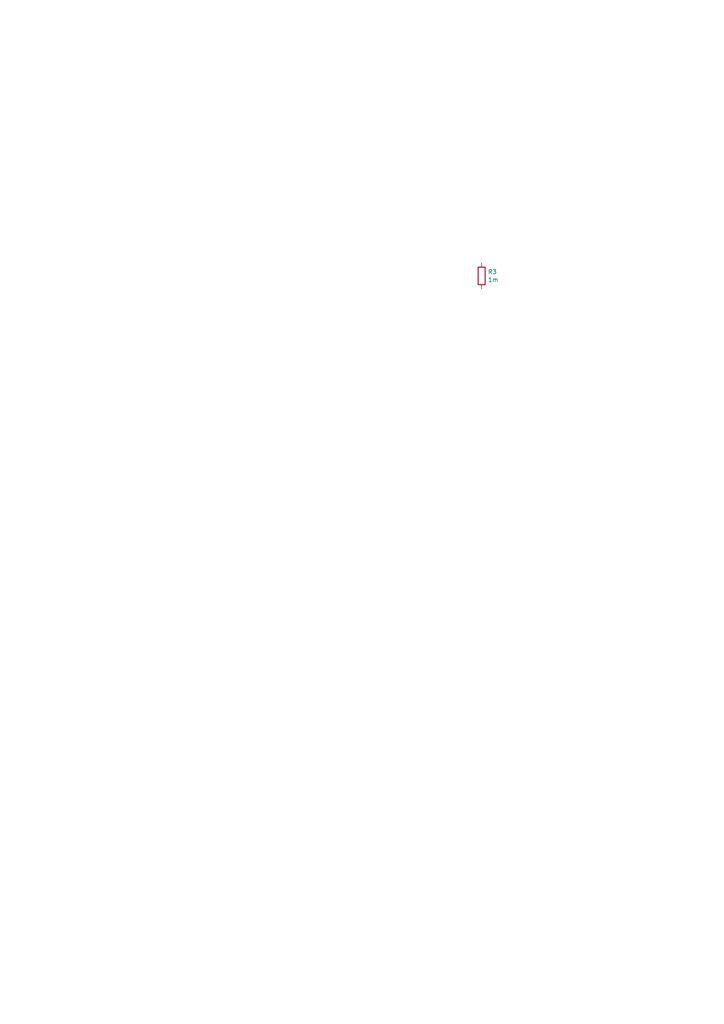
<source format=kicad_sch>
(kicad_sch (version 20211123) (generator eeschema)
  (paper "A4" portrait)
  (title_block (date " "))
  (lib_symbols
    (symbol "Device:R" (pin_numbers hide) (pin_names (offset 0))
      (property "Reference" "R" (at 2.032 0 90))
      (property "Value" "R" (at 0 0 90))
      (symbol "R_0_1"
        (rectangle (start -1.016 -2.54) (end 1.016 2.54) (stroke (width 0.254)))
      )
      (symbol "R_1_1"
        (pin passive line (at 0 3.81 270) (length 1.27) (name "~") (number "1"))
        (pin passive line (at 0 -3.81 90) (length 1.27) (name "~") (number "2"))
      )
    )
  )
  (symbol (lib_id "Device:R") (at 139.7 80.01 0) (unit 1)
    (property "Reference" "R3" (at 141.478 78.8416 0) (effects (justify left)))
    (property "Value" "1m" (at 141.478 81.153 0) (effects (justify left)))
  )
)
</source>
